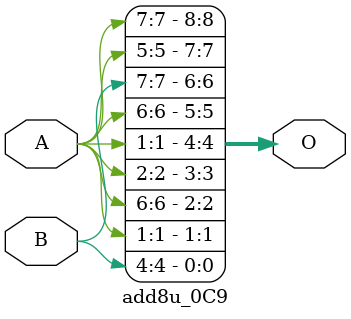
<source format=v>
/***
* This code is a part of EvoApproxLib library (ehw.fit.vutbr.cz/approxlib) distributed under The MIT License.
* When used, please cite the following article(s):  
* This file contains a circuit from a sub-set of pareto optimal circuits with respect to the pwr and ep parameters
***/

// bdd_sift/bw_8/conf_core_0_mae_000103/run.00000.chr
module add8u_0C9(A, B, O);
  input [7:0] A, B;
  output [8:0] O;
  assign O[1] = A[1];
  assign O[5] = A[6];
  assign O[0] = B[4]; // default output
  assign O[2] = A[6]; // default output
  assign O[3] = A[2]; // default output
  assign O[4] = O[1]; // default output
  assign O[6] = B[7]; // default output
  assign O[7] = A[5]; // default output
  assign O[8] = A[7]; // default output
endmodule


// internal reference: cgp-add-bdd.08.add8u_0C9


</source>
